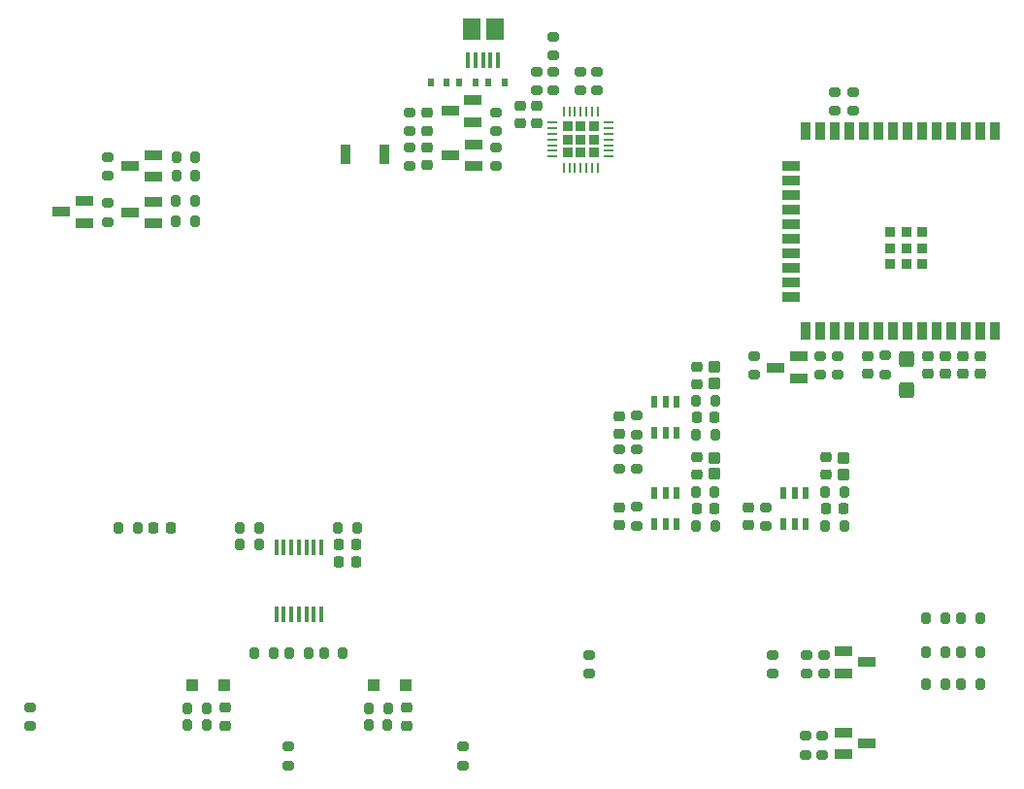
<source format=gbr>
%TF.GenerationSoftware,KiCad,Pcbnew,(6.0.11)*%
%TF.CreationDate,2024-03-19T14:29:21-04:00*%
%TF.ProjectId,Ultrasonic Sound Steering - Remote Rev. B,556c7472-6173-46f6-9e69-6320536f756e,rev?*%
%TF.SameCoordinates,Original*%
%TF.FileFunction,Paste,Bot*%
%TF.FilePolarity,Positive*%
%FSLAX46Y46*%
G04 Gerber Fmt 4.6, Leading zero omitted, Abs format (unit mm)*
G04 Created by KiCad (PCBNEW (6.0.11)) date 2024-03-19 14:29:21*
%MOMM*%
%LPD*%
G01*
G04 APERTURE LIST*
G04 Aperture macros list*
%AMRoundRect*
0 Rectangle with rounded corners*
0 $1 Rounding radius*
0 $2 $3 $4 $5 $6 $7 $8 $9 X,Y pos of 4 corners*
0 Add a 4 corners polygon primitive as box body*
4,1,4,$2,$3,$4,$5,$6,$7,$8,$9,$2,$3,0*
0 Add four circle primitives for the rounded corners*
1,1,$1+$1,$2,$3*
1,1,$1+$1,$4,$5*
1,1,$1+$1,$6,$7*
1,1,$1+$1,$8,$9*
0 Add four rect primitives between the rounded corners*
20,1,$1+$1,$2,$3,$4,$5,0*
20,1,$1+$1,$4,$5,$6,$7,0*
20,1,$1+$1,$6,$7,$8,$9,0*
20,1,$1+$1,$8,$9,$2,$3,0*%
G04 Aperture macros list end*
%ADD10R,0.600000X0.700000*%
%ADD11RoundRect,0.200000X-0.275000X0.200000X-0.275000X-0.200000X0.275000X-0.200000X0.275000X0.200000X0*%
%ADD12RoundRect,0.200000X0.275000X-0.200000X0.275000X0.200000X-0.275000X0.200000X-0.275000X-0.200000X0*%
%ADD13R,1.600200X0.863600*%
%ADD14RoundRect,0.200000X0.200000X0.275000X-0.200000X0.275000X-0.200000X-0.275000X0.200000X-0.275000X0*%
%ADD15RoundRect,0.200000X-0.200000X-0.275000X0.200000X-0.275000X0.200000X0.275000X-0.200000X0.275000X0*%
%ADD16RoundRect,0.225000X-0.250000X0.225000X-0.250000X-0.225000X0.250000X-0.225000X0.250000X0.225000X0*%
%ADD17R,0.355600X1.473200*%
%ADD18R,0.558800X0.977900*%
%ADD19RoundRect,0.225000X-0.225000X-0.250000X0.225000X-0.250000X0.225000X0.250000X-0.225000X0.250000X0*%
%ADD20RoundRect,0.250000X-0.425000X0.450000X-0.425000X-0.450000X0.425000X-0.450000X0.425000X0.450000X0*%
%ADD21R,1.100000X1.100000*%
%ADD22R,0.400000X1.350000*%
%ADD23R,1.500000X1.900000*%
%ADD24RoundRect,0.225000X0.250000X-0.225000X0.250000X0.225000X-0.250000X0.225000X-0.250000X-0.225000X0*%
%ADD25R,0.900000X1.500000*%
%ADD26R,1.500000X0.900000*%
%ADD27R,0.900000X0.900000*%
%ADD28RoundRect,0.250000X0.275000X-0.287500X0.275000X0.287500X-0.275000X0.287500X-0.275000X-0.287500X0*%
%ADD29RoundRect,0.225000X-0.225000X-0.225000X0.225000X-0.225000X0.225000X0.225000X-0.225000X0.225000X0*%
%ADD30RoundRect,0.062500X-0.337500X-0.062500X0.337500X-0.062500X0.337500X0.062500X-0.337500X0.062500X0*%
%ADD31RoundRect,0.062500X-0.062500X-0.337500X0.062500X-0.337500X0.062500X0.337500X-0.062500X0.337500X0*%
%ADD32R,0.900000X1.700000*%
%ADD33RoundRect,0.225000X0.225000X0.250000X-0.225000X0.250000X-0.225000X-0.250000X0.225000X-0.250000X0*%
G04 APERTURE END LIST*
D10*
%TO.C,D8*%
X145535000Y-49550000D03*
X146935000Y-49550000D03*
%TD*%
D11*
%TO.C,R24*%
X177300000Y-99475000D03*
X177300000Y-101125000D03*
%TD*%
D12*
%TO.C,R12*%
X153720000Y-50225000D03*
X153720000Y-48575000D03*
%TD*%
D13*
%TO.C,Q6*%
X118815500Y-55874999D03*
X118815500Y-57775001D03*
X116804500Y-56825000D03*
%TD*%
D14*
%TO.C,R3*%
X117434970Y-88389962D03*
X115784970Y-88389962D03*
%TD*%
D15*
%TO.C,R70*%
X166150000Y-85230000D03*
X167800000Y-85230000D03*
%TD*%
D16*
%TO.C,C14*%
X142735000Y-55215000D03*
X142735000Y-56765000D03*
%TD*%
D13*
%TO.C,Q4*%
X179025000Y-108125002D03*
X179025000Y-106225000D03*
X181036000Y-107175001D03*
%TD*%
D14*
%TO.C,R61*%
X123440000Y-105605000D03*
X121790000Y-105605000D03*
%TD*%
D15*
%TO.C,R62*%
X121790000Y-104130000D03*
X123440000Y-104130000D03*
%TD*%
D17*
%TO.C,U3*%
X133455800Y-95921000D03*
X132795400Y-95921000D03*
X132160400Y-95921000D03*
X131500000Y-95921000D03*
X130839600Y-95921000D03*
X130204600Y-95921000D03*
X129544200Y-95921000D03*
X129544200Y-90079000D03*
X130204600Y-90079000D03*
X130839600Y-90079000D03*
X131500000Y-90079000D03*
X132160400Y-90079000D03*
X132795400Y-90079000D03*
X133455800Y-90079000D03*
%TD*%
D11*
%TO.C,R2*%
X130610000Y-107470000D03*
X130610000Y-109120000D03*
%TD*%
D12*
%TO.C,R11*%
X153720000Y-47165000D03*
X153720000Y-45515000D03*
%TD*%
D13*
%TO.C,Q8*%
X112820500Y-59875000D03*
X112820500Y-61775002D03*
X110809500Y-60825001D03*
%TD*%
D11*
%TO.C,R35*%
X177165500Y-106525000D03*
X177165500Y-108175000D03*
%TD*%
D18*
%TO.C,U6*%
X164440000Y-80115250D03*
X163489999Y-80115250D03*
X162539998Y-80115250D03*
X162539998Y-77384750D03*
X163489999Y-77384750D03*
X164440000Y-77384750D03*
%TD*%
D11*
%TO.C,R60*%
X114820500Y-60050000D03*
X114820500Y-61700000D03*
%TD*%
D13*
%TO.C,Q3*%
X146730500Y-54939999D03*
X146730500Y-56840001D03*
X144719500Y-55890000D03*
%TD*%
D12*
%TO.C,R25*%
X175825000Y-101125000D03*
X175825000Y-99475000D03*
%TD*%
%TO.C,R68*%
X160960000Y-88205000D03*
X160960000Y-86555000D03*
%TD*%
%TO.C,R41*%
X171220000Y-75020000D03*
X171220000Y-73370000D03*
%TD*%
D15*
%TO.C,R15*%
X127650000Y-99320000D03*
X129300000Y-99320000D03*
%TD*%
D18*
%TO.C,U7*%
X175700001Y-88065250D03*
X174750000Y-88065250D03*
X173799999Y-88065250D03*
X173799999Y-85334750D03*
X174750000Y-85334750D03*
X175700001Y-85334750D03*
%TD*%
D19*
%TO.C,C39*%
X177495000Y-86710000D03*
X179045000Y-86710000D03*
%TD*%
D16*
%TO.C,C29*%
X159499999Y-78630000D03*
X159499999Y-80180000D03*
%TD*%
D14*
%TO.C,R14*%
X132335000Y-99320000D03*
X130685000Y-99320000D03*
%TD*%
D13*
%TO.C,Q7*%
X118826000Y-59924999D03*
X118826000Y-61825001D03*
X116815000Y-60875000D03*
%TD*%
D11*
%TO.C,R67*%
X160960000Y-81570000D03*
X160960000Y-83220000D03*
%TD*%
%TO.C,R44*%
X178490000Y-73370000D03*
X178490000Y-75020000D03*
%TD*%
D10*
%TO.C,D5*%
X143035000Y-49550000D03*
X144435000Y-49550000D03*
%TD*%
D20*
%TO.C,C27*%
X184540000Y-73660000D03*
X184540000Y-76360000D03*
%TD*%
D14*
%TO.C,R55*%
X122445500Y-61675000D03*
X120795500Y-61675000D03*
%TD*%
D21*
%TO.C,D17*%
X125012500Y-102130000D03*
X122212500Y-102130000D03*
%TD*%
D12*
%TO.C,R26*%
X148705000Y-53775000D03*
X148705000Y-52125000D03*
%TD*%
%TO.C,R50*%
X179860000Y-52000000D03*
X179860000Y-50350000D03*
%TD*%
D14*
%TO.C,R39*%
X139262500Y-105586250D03*
X137612500Y-105586250D03*
%TD*%
%TO.C,R53*%
X122505500Y-56025000D03*
X120855500Y-56025000D03*
%TD*%
D12*
%TO.C,R27*%
X148715000Y-56815000D03*
X148715000Y-55165000D03*
%TD*%
D11*
%TO.C,R28*%
X141205000Y-52135000D03*
X141205000Y-53785000D03*
%TD*%
D22*
%TO.C,P6*%
X146285000Y-47582500D03*
X146935000Y-47582500D03*
X147585000Y-47582500D03*
X148235000Y-47582500D03*
X148885000Y-47582500D03*
D23*
X146585000Y-44882500D03*
X148585000Y-44882500D03*
%TD*%
D24*
%TO.C,C25*%
X186400000Y-74965000D03*
X186400000Y-73415000D03*
%TD*%
D25*
%TO.C,U4*%
X192240000Y-71245000D03*
X190970000Y-71245000D03*
X189700000Y-71245000D03*
X188430000Y-71245000D03*
X187160000Y-71245000D03*
X185890000Y-71245000D03*
X184620000Y-71245000D03*
X183350000Y-71245000D03*
X182080000Y-71245000D03*
X180810000Y-71245000D03*
X179540000Y-71245000D03*
X178270000Y-71245000D03*
X177000000Y-71245000D03*
X175730000Y-71245000D03*
D26*
X174480000Y-68210000D03*
X174480000Y-66940000D03*
X174480000Y-65670000D03*
X174480000Y-64400000D03*
X174480000Y-63130000D03*
X174480000Y-61860000D03*
X174480000Y-60590000D03*
X174480000Y-59320000D03*
X174480000Y-58050000D03*
X174480000Y-56780000D03*
D25*
X175730000Y-53745000D03*
X177000000Y-53745000D03*
X178270000Y-53745000D03*
X179540000Y-53745000D03*
X180810000Y-53745000D03*
X182080000Y-53745000D03*
X183350000Y-53745000D03*
X184620000Y-53745000D03*
X185890000Y-53745000D03*
X187160000Y-53745000D03*
X188430000Y-53745000D03*
X189700000Y-53745000D03*
X190970000Y-53745000D03*
X192240000Y-53745000D03*
D27*
X185920000Y-65395000D03*
X185920000Y-63995000D03*
X185920000Y-62595000D03*
X184520000Y-65395000D03*
X184520000Y-63995000D03*
X184520000Y-62595000D03*
X183120000Y-65395000D03*
X183120000Y-63995000D03*
X183120000Y-62595000D03*
%TD*%
D14*
%TO.C,R57*%
X122445500Y-59875000D03*
X120795500Y-59875000D03*
%TD*%
%TO.C,R51*%
X122505500Y-57625000D03*
X120855500Y-57625000D03*
%TD*%
D28*
%TO.C,C34*%
X167730000Y-75802500D03*
X167730000Y-74377500D03*
%TD*%
D12*
%TO.C,R38*%
X182680000Y-75015000D03*
X182680000Y-73365000D03*
%TD*%
D14*
%TO.C,R17*%
X128050000Y-89850000D03*
X126400000Y-89850000D03*
%TD*%
D19*
%TO.C,C1*%
X118809970Y-88389962D03*
X120359970Y-88389962D03*
%TD*%
D14*
%TO.C,R10*%
X187880000Y-96270000D03*
X186230000Y-96270000D03*
%TD*%
%TO.C,R22*%
X190930000Y-99220000D03*
X189280000Y-99220000D03*
%TD*%
%TO.C,R31*%
X187870000Y-101990000D03*
X186220000Y-101990000D03*
%TD*%
D29*
%TO.C,U2*%
X154985000Y-53380000D03*
X157225000Y-53380000D03*
X154985000Y-54500000D03*
X157225000Y-54500000D03*
X156105000Y-54500000D03*
X154985000Y-55620000D03*
X156105000Y-55620000D03*
X157225000Y-55620000D03*
X156105000Y-53380000D03*
D30*
X153655000Y-56000000D03*
X153655000Y-55500000D03*
X153655000Y-55000000D03*
X153655000Y-54500000D03*
X153655000Y-54000000D03*
X153655000Y-53500000D03*
X153655000Y-53000000D03*
D31*
X154605000Y-52050000D03*
X155105000Y-52050000D03*
X155605000Y-52050000D03*
X156105000Y-52050000D03*
X156605000Y-52050000D03*
X157105000Y-52050000D03*
X157605000Y-52050000D03*
D30*
X158555000Y-53000000D03*
X158555000Y-53500000D03*
X158555000Y-54000000D03*
X158555000Y-54500000D03*
X158555000Y-55000000D03*
X158555000Y-55500000D03*
X158555000Y-56000000D03*
D31*
X157605000Y-56950000D03*
X157105000Y-56950000D03*
X156605000Y-56950000D03*
X156105000Y-56950000D03*
X155605000Y-56950000D03*
X155105000Y-56950000D03*
X154605000Y-56950000D03*
%TD*%
D24*
%TO.C,C41*%
X177520000Y-83760000D03*
X177520000Y-82210000D03*
%TD*%
D15*
%TO.C,R72*%
X166155000Y-88190000D03*
X167805000Y-88190000D03*
%TD*%
D12*
%TO.C,R5*%
X156810000Y-101125000D03*
X156810000Y-99475000D03*
%TD*%
%TO.C,R49*%
X178290000Y-52000000D03*
X178290000Y-50350000D03*
%TD*%
%TO.C,R16*%
X152270000Y-50225000D03*
X152270000Y-48575000D03*
%TD*%
D28*
%TO.C,C40*%
X179020000Y-83697500D03*
X179020000Y-82272500D03*
%TD*%
D14*
%TO.C,R30*%
X190930000Y-101990000D03*
X189280000Y-101990000D03*
%TD*%
D12*
%TO.C,R58*%
X114820000Y-57675000D03*
X114820000Y-56025000D03*
%TD*%
D16*
%TO.C,C19*%
X140927500Y-104086250D03*
X140927500Y-105636250D03*
%TD*%
D12*
%TO.C,R21*%
X157515000Y-50245000D03*
X157515000Y-48595000D03*
%TD*%
D14*
%TO.C,R13*%
X135375000Y-99320000D03*
X133725000Y-99320000D03*
%TD*%
D10*
%TO.C,D6*%
X149435000Y-49550000D03*
X148035000Y-49550000D03*
%TD*%
D13*
%TO.C,Q1*%
X179030000Y-101070001D03*
X179030000Y-99169999D03*
X181041000Y-100120000D03*
%TD*%
D14*
%TO.C,R23*%
X187875000Y-99220000D03*
X186225000Y-99220000D03*
%TD*%
D24*
%TO.C,C18*%
X181140000Y-74965000D03*
X181140000Y-73415000D03*
%TD*%
D11*
%TO.C,R1*%
X108050000Y-104030000D03*
X108050000Y-105680000D03*
%TD*%
D15*
%TO.C,R78*%
X177445000Y-88190000D03*
X179095000Y-88190000D03*
%TD*%
D16*
%TO.C,C11*%
X152275000Y-51580000D03*
X152275000Y-53130000D03*
%TD*%
%TO.C,C16*%
X142735000Y-52185000D03*
X142735000Y-53735000D03*
%TD*%
D15*
%TO.C,R71*%
X166155000Y-77320000D03*
X167805000Y-77320000D03*
%TD*%
D12*
%TO.C,R43*%
X177010000Y-75020000D03*
X177010000Y-73370000D03*
%TD*%
D24*
%TO.C,C35*%
X166230000Y-75864999D03*
X166230000Y-74314999D03*
%TD*%
D11*
%TO.C,R4*%
X145850000Y-107480000D03*
X145850000Y-109130000D03*
%TD*%
D24*
%TO.C,C24*%
X187930000Y-74965000D03*
X187930000Y-73415000D03*
%TD*%
D14*
%TO.C,R9*%
X190931831Y-96270000D03*
X189281831Y-96270000D03*
%TD*%
D18*
%TO.C,U5*%
X164440001Y-88060001D03*
X163490000Y-88060001D03*
X162539999Y-88060001D03*
X162539999Y-85329501D03*
X163490000Y-85329501D03*
X164440001Y-85329501D03*
%TD*%
D19*
%TO.C,C31*%
X166205000Y-78780000D03*
X167755000Y-78780000D03*
%TD*%
D16*
%TO.C,C10*%
X150815000Y-51580000D03*
X150815000Y-53130000D03*
%TD*%
D12*
%TO.C,R36*%
X175705500Y-108175000D03*
X175705500Y-106525000D03*
%TD*%
D32*
%TO.C,SW3*%
X138950000Y-55830000D03*
X135550000Y-55830000D03*
%TD*%
D14*
%TO.C,R19*%
X128050000Y-88390000D03*
X126400000Y-88390000D03*
%TD*%
D12*
%TO.C,R69*%
X160960000Y-80230000D03*
X160960000Y-78580000D03*
%TD*%
D16*
%TO.C,C26*%
X125090000Y-104080000D03*
X125090000Y-105630000D03*
%TD*%
D12*
%TO.C,R66*%
X159490000Y-83220001D03*
X159490000Y-81570001D03*
%TD*%
D24*
%TO.C,C22*%
X190987500Y-74960000D03*
X190987500Y-73410000D03*
%TD*%
D15*
%TO.C,R20*%
X134935000Y-88390000D03*
X136585000Y-88390000D03*
%TD*%
D11*
%TO.C,R29*%
X141205000Y-55180000D03*
X141205000Y-56830000D03*
%TD*%
D15*
%TO.C,R73*%
X166155000Y-80240000D03*
X167805000Y-80240000D03*
%TD*%
D13*
%TO.C,Q5*%
X175106000Y-73444998D03*
X175106000Y-75345000D03*
X173095000Y-74394999D03*
%TD*%
D24*
%TO.C,C33*%
X166230000Y-83750000D03*
X166230000Y-82200000D03*
%TD*%
D13*
%TO.C,Q2*%
X146720500Y-51069999D03*
X146720500Y-52970001D03*
X144709500Y-52020000D03*
%TD*%
D16*
%TO.C,C38*%
X170750000Y-86625000D03*
X170750000Y-88175000D03*
%TD*%
D11*
%TO.C,R18*%
X156055000Y-48590000D03*
X156055000Y-50240000D03*
%TD*%
D24*
%TO.C,C23*%
X189457500Y-74970000D03*
X189457500Y-73420000D03*
%TD*%
D28*
%TO.C,C32*%
X167720000Y-83687500D03*
X167720000Y-82262500D03*
%TD*%
D16*
%TO.C,C28*%
X159485532Y-86600000D03*
X159485532Y-88150000D03*
%TD*%
D12*
%TO.C,R76*%
X172210000Y-88225000D03*
X172210000Y-86575000D03*
%TD*%
D15*
%TO.C,R40*%
X137627500Y-104136250D03*
X139277500Y-104136250D03*
%TD*%
D21*
%TO.C,D14*%
X140850000Y-102121250D03*
X138050000Y-102121250D03*
%TD*%
D33*
%TO.C,C12*%
X136535000Y-91330000D03*
X134985000Y-91330000D03*
%TD*%
D19*
%TO.C,C30*%
X166205000Y-86690000D03*
X167755000Y-86690000D03*
%TD*%
%TO.C,C13*%
X134985000Y-89850000D03*
X136535000Y-89850000D03*
%TD*%
D12*
%TO.C,R6*%
X172810000Y-101125000D03*
X172810000Y-99475000D03*
%TD*%
D15*
%TO.C,R77*%
X177445000Y-85230000D03*
X179095000Y-85230000D03*
%TD*%
M02*

</source>
